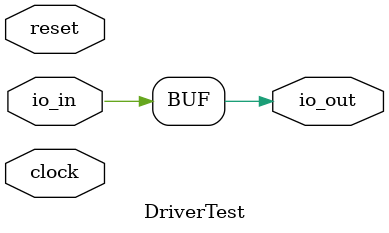
<source format=v>
module DriverTest( // @[:@3.2]
  input   clock, // @[:@4.4]
  input   reset, // @[:@5.4]
  input   io_in, // @[:@6.4]
  output  io_out // @[:@6.4]
);
  assign io_out = io_in;
endmodule

</source>
